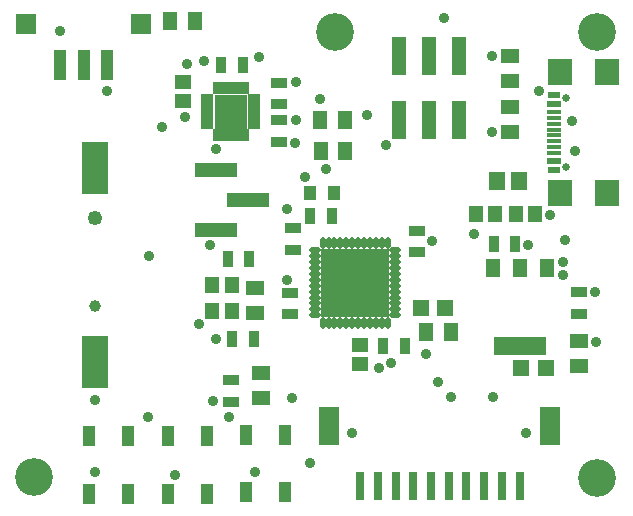
<source format=gbr>
%TF.GenerationSoftware,Altium Limited,Altium Designer,24.5.2 (23)*%
G04 Layer_Color=8388736*
%FSLAX45Y45*%
%MOMM*%
%TF.SameCoordinates,DE48C8CA-727C-43F3-B7AC-81352024B8C0*%
%TF.FilePolarity,Negative*%
%TF.FileFunction,Soldermask,Top*%
%TF.Part,Single*%
G01*
G75*
%TA.AperFunction,SMDPad,CuDef*%
%ADD11R,2.30000X4.50000*%
%TA.AperFunction,ConnectorPad*%
%ADD12R,2.00000X2.18000*%
%ADD13R,1.00000X0.60000*%
%ADD14R,1.15000X0.60000*%
%ADD15R,1.15000X0.30000*%
%TA.AperFunction,SMDPad,CuDef*%
%ADD16R,1.30464X1.45620*%
%ADD17R,1.40000X0.95000*%
%ADD21R,1.25000X1.50000*%
%ADD22R,4.50000X1.50400*%
%TA.AperFunction,ConnectorPad*%
%ADD23R,1.00000X2.55000*%
%TA.AperFunction,SMDPad,CuDef*%
%ADD24R,1.70000X1.70000*%
%ADD25R,1.50822X1.20651*%
%ADD26R,0.95000X1.40000*%
%ADD28R,1.20651X1.50822*%
%ADD29R,1.45620X1.30464*%
%ADD33R,1.00000X1.25000*%
%ADD34R,1.45490X1.55620*%
%ADD37R,1.20000X1.40000*%
%ADD38R,3.56000X1.27000*%
%ADD39R,1.80000X3.30000*%
%ADD40R,0.80000X2.40000*%
%TA.AperFunction,ComponentPad*%
%ADD45C,1.00000*%
%ADD46C,1.25000*%
%ADD47C,0.65000*%
%TA.AperFunction,SMDPad,CuDef*%
%ADD56O,1.00320X0.45320*%
%ADD57O,0.45320X1.00320*%
%ADD58R,5.80320X5.80320*%
%ADD59R,1.10320X1.70320*%
%ADD60R,0.50320X1.00320*%
%ADD61R,1.05320X0.50320*%
%ADD62R,2.80320X2.90320*%
%ADD63R,1.40320X1.40320*%
%ADD64R,1.20320X3.30320*%
%TA.AperFunction,ViaPad*%
%ADD65C,3.20320*%
%ADD66C,0.90320*%
%ADD67C,0.70320*%
D11*
X7700000Y8130000D02*
D03*
Y9770000D02*
D03*
D12*
X12030500Y9561500D02*
D03*
Y10583500D02*
D03*
X11637500Y9561500D02*
D03*
Y10583500D02*
D03*
D13*
X11580000Y9752500D02*
D03*
Y10392500D02*
D03*
D14*
Y9832500D02*
D03*
Y10312500D02*
D03*
D15*
Y9897500D02*
D03*
Y9947500D02*
D03*
Y9997500D02*
D03*
Y10047500D02*
D03*
Y10097500D02*
D03*
Y10147500D02*
D03*
Y10197500D02*
D03*
Y10247500D02*
D03*
D16*
X11264422Y9382500D02*
D03*
X11425578D02*
D03*
X11083078Y9385000D02*
D03*
X10921922D02*
D03*
D17*
X9252925Y10310425D02*
D03*
Y10495425D02*
D03*
X9350000Y8532500D02*
D03*
Y8717500D02*
D03*
X8847500Y7980000D02*
D03*
Y7795000D02*
D03*
X9252925Y9990425D02*
D03*
Y10175425D02*
D03*
X9375000Y9075000D02*
D03*
Y9260000D02*
D03*
X11795000Y8537414D02*
D03*
Y8722414D02*
D03*
X10427500Y9057500D02*
D03*
Y9242500D02*
D03*
D21*
X11528575Y8924500D02*
D03*
X11299575D02*
D03*
X11070575D02*
D03*
D22*
X11299575Y8265500D02*
D03*
D23*
X7800625Y10643125D02*
D03*
X7600625D02*
D03*
X7400625D02*
D03*
D24*
X7110625Y10990625D02*
D03*
X8090625D02*
D03*
D25*
X9100000Y7822414D02*
D03*
Y8032586D02*
D03*
X9050000Y8544914D02*
D03*
Y8755086D02*
D03*
X11210164Y10507590D02*
D03*
Y10717761D02*
D03*
X11210000Y10287586D02*
D03*
Y10077414D02*
D03*
X11795000Y8094829D02*
D03*
Y8305000D02*
D03*
D26*
X9005000Y8997500D02*
D03*
X8820000D02*
D03*
X9042500Y8325000D02*
D03*
X8857500D02*
D03*
X8952925Y10642925D02*
D03*
X8767926D02*
D03*
X9522500Y9367500D02*
D03*
X9707500D02*
D03*
X10320000Y8262500D02*
D03*
X10135000D02*
D03*
X11072500Y9130000D02*
D03*
X11257500D02*
D03*
D28*
X8545086Y11017500D02*
D03*
X8334914D02*
D03*
X9812585Y10180000D02*
D03*
X9602414D02*
D03*
X9817586Y9920000D02*
D03*
X9607414D02*
D03*
X10710171Y8380000D02*
D03*
X10500000D02*
D03*
D29*
X8440426Y10342925D02*
D03*
Y10504082D02*
D03*
X9942500Y8277500D02*
D03*
Y8116344D02*
D03*
D33*
X9517500Y9560000D02*
D03*
X9717500D02*
D03*
D34*
X11287565Y9660000D02*
D03*
X11102435D02*
D03*
D37*
X8857500Y8777500D02*
D03*
Y8557500D02*
D03*
X8687500D02*
D03*
Y8777500D02*
D03*
D38*
X8726500Y9754000D02*
D03*
X8993500Y9500000D02*
D03*
X8726500Y9246000D02*
D03*
D39*
X11552500Y7587500D02*
D03*
X9682500D02*
D03*
D40*
X11292500Y7082500D02*
D03*
X11142500D02*
D03*
X10992500D02*
D03*
X10842500D02*
D03*
X10692500D02*
D03*
X10542500D02*
D03*
X10392500D02*
D03*
X10242500D02*
D03*
X10092500D02*
D03*
X9942500D02*
D03*
D45*
X7700000Y8600000D02*
D03*
D46*
Y9345000D02*
D03*
D47*
X11687500Y10361500D02*
D03*
Y9783500D02*
D03*
D56*
X9560000Y9075000D02*
D03*
Y9025000D02*
D03*
Y8975000D02*
D03*
Y8925000D02*
D03*
Y8875000D02*
D03*
Y8825000D02*
D03*
Y8775000D02*
D03*
Y8725000D02*
D03*
Y8675000D02*
D03*
Y8625000D02*
D03*
Y8575000D02*
D03*
Y8525000D02*
D03*
X10240000D02*
D03*
Y8575000D02*
D03*
Y8625000D02*
D03*
Y8675000D02*
D03*
Y8725000D02*
D03*
Y8775000D02*
D03*
Y8825000D02*
D03*
Y8875000D02*
D03*
Y8925000D02*
D03*
Y8975000D02*
D03*
Y9025000D02*
D03*
Y9075000D02*
D03*
D57*
X9625000Y8460000D02*
D03*
X9675000D02*
D03*
X9725000D02*
D03*
X9775000D02*
D03*
X9825000D02*
D03*
X9875000D02*
D03*
X9925000D02*
D03*
X9975000D02*
D03*
X10025000D02*
D03*
X10075000D02*
D03*
X10125000D02*
D03*
X10175000D02*
D03*
Y9140000D02*
D03*
X10125000D02*
D03*
X10075000D02*
D03*
X10025000D02*
D03*
X9975000D02*
D03*
X9925000D02*
D03*
X9875000D02*
D03*
X9825000D02*
D03*
X9775000D02*
D03*
X9725000D02*
D03*
X9675000D02*
D03*
X9625000D02*
D03*
D58*
X9900000Y8800000D02*
D03*
D59*
X9305000Y7025000D02*
D03*
X8975000D02*
D03*
Y7515000D02*
D03*
X9305000D02*
D03*
X8645000Y7015000D02*
D03*
X8315000D02*
D03*
Y7505000D02*
D03*
X8645000D02*
D03*
X7978977Y7505000D02*
D03*
X7648977D02*
D03*
Y7015000D02*
D03*
X7978977D02*
D03*
D60*
X8722500Y10050000D02*
D03*
X8772500D02*
D03*
X8822500D02*
D03*
X8872500D02*
D03*
X8922500D02*
D03*
X8972500D02*
D03*
X8722500Y10450000D02*
D03*
X8772500D02*
D03*
X8822500D02*
D03*
X8872500D02*
D03*
X8922500D02*
D03*
X8972500D02*
D03*
D61*
X9045000Y10125000D02*
D03*
Y10175000D02*
D03*
Y10225000D02*
D03*
Y10275000D02*
D03*
Y10325000D02*
D03*
Y10375000D02*
D03*
X8650000Y10125000D02*
D03*
Y10175000D02*
D03*
Y10225000D02*
D03*
Y10275000D02*
D03*
Y10325000D02*
D03*
Y10375000D02*
D03*
D62*
X8847500Y10250000D02*
D03*
D63*
X11515000Y8075000D02*
D03*
X11305000D02*
D03*
X10665000Y8590000D02*
D03*
X10455000D02*
D03*
D64*
X10779000Y10720000D02*
D03*
Y10180000D02*
D03*
X10525000Y10720000D02*
D03*
X10271000D02*
D03*
X10525000Y10180000D02*
D03*
X10271000D02*
D03*
D65*
X9730000Y10920000D02*
D03*
X11950000Y10925000D02*
D03*
Y7150000D02*
D03*
X7181605Y7152000D02*
D03*
D66*
X11680000Y9160000D02*
D03*
X10160000Y9970000D02*
D03*
X10650000Y11040000D02*
D03*
X8670000Y9117500D02*
D03*
X11550000Y9370000D02*
D03*
X11457500Y10427500D02*
D03*
X8722500Y9932500D02*
D03*
X7402500Y10930000D02*
D03*
X9087500Y10715000D02*
D03*
X9605000Y10352500D02*
D03*
X9400000Y10175000D02*
D03*
Y10500000D02*
D03*
X9392500Y9985000D02*
D03*
X8152500Y9030000D02*
D03*
X8147500Y7662500D02*
D03*
X8830000Y7665000D02*
D03*
X9365000Y7827500D02*
D03*
X10602500Y7962500D02*
D03*
X10500000Y8200000D02*
D03*
X11067500Y7835000D02*
D03*
X10710000Y7830000D02*
D03*
X7697500Y7807500D02*
D03*
X8697500Y7800000D02*
D03*
X11060000Y10720000D02*
D03*
Y10080000D02*
D03*
X10910000Y9210000D02*
D03*
X11360000Y9120000D02*
D03*
X11660000Y8870000D02*
D03*
Y8980000D02*
D03*
X11930000Y8720000D02*
D03*
X11940000Y8300000D02*
D03*
X11350000Y7525000D02*
D03*
X9875000D02*
D03*
X10200000Y8125000D02*
D03*
X9475000Y9700000D02*
D03*
X9652500Y9765000D02*
D03*
X8375000Y7175000D02*
D03*
X7700000Y7200000D02*
D03*
X9050000D02*
D03*
X8725000Y8325000D02*
D03*
X8575000Y8450000D02*
D03*
X7800000Y10425000D02*
D03*
X8625000Y10675000D02*
D03*
X8475000Y10650000D02*
D03*
X10547500Y9150000D02*
D03*
X9325000Y9425000D02*
D03*
X10100000Y8075000D02*
D03*
X9325000Y8825000D02*
D03*
X9997500Y10217500D02*
D03*
X9515000Y7277500D02*
D03*
X11760000Y9920000D02*
D03*
X11740000Y10167500D02*
D03*
X8457500Y10202500D02*
D03*
X8267500Y10117500D02*
D03*
D67*
X9680000Y9020000D02*
D03*
X9790000D02*
D03*
X9900000D02*
D03*
X10010000D02*
D03*
X10120000D02*
D03*
X9680000Y8910000D02*
D03*
X9790000D02*
D03*
X9900000D02*
D03*
X10010000D02*
D03*
X10120000D02*
D03*
X9680000Y8800000D02*
D03*
X9790000D02*
D03*
X9900000D02*
D03*
X10010000D02*
D03*
X10120000D02*
D03*
X9680000Y8690000D02*
D03*
X9790000D02*
D03*
X9900000D02*
D03*
X10010000D02*
D03*
X10120000D02*
D03*
X9680000Y8580000D02*
D03*
X9790000D02*
D03*
X9900000D02*
D03*
X10010000D02*
D03*
X10120000D02*
D03*
X8902500Y10195000D02*
D03*
Y10305000D02*
D03*
X8792500D02*
D03*
Y10195000D02*
D03*
%TF.MD5,8539013dfc385293c66b6c24ae0a25b3*%
M02*

</source>
